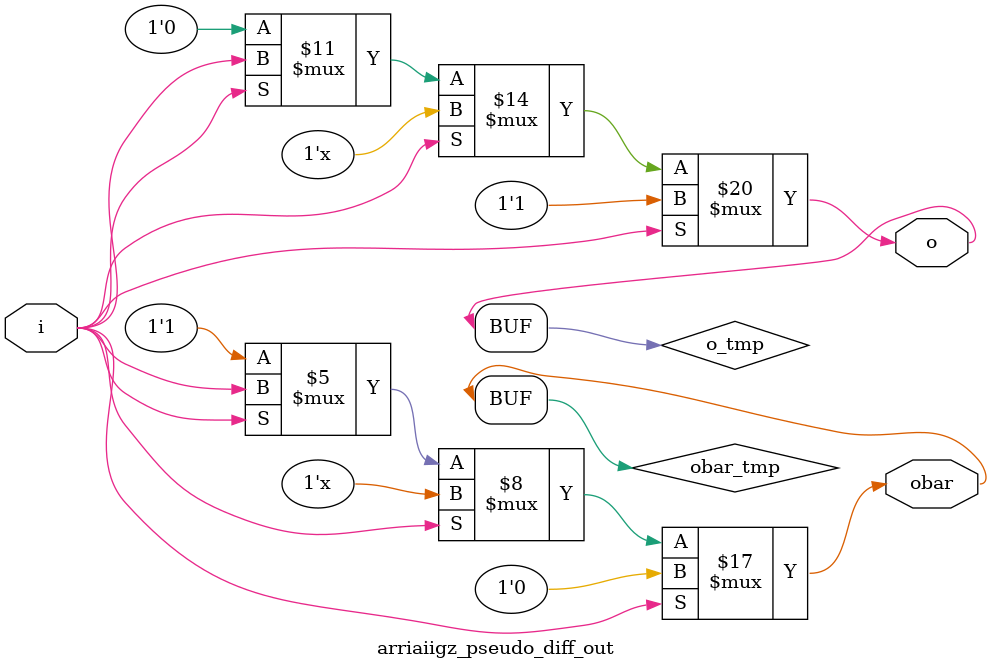
<source format=v>
module arriaiigz_pseudo_diff_out(
                             i,
                             o,
                             obar
                             );
parameter lpm_type = "arriaiigz_pseudo_diff_out";
input i;
output o;
output obar;
reg o_tmp;
reg obar_tmp;
assign o = o_tmp;
assign obar = obar_tmp;
always@(i)
    begin
        if( i == 1'b1)
            begin
                o_tmp = 1'b1;
                obar_tmp = 1'b0;
            end
        else if( i == 1'b0)
            begin
                o_tmp = 1'b0;
                obar_tmp = 1'b1;
            end
        else
            begin
                o_tmp = i;
                obar_tmp = i;
            end
    end
endmodule
</source>
